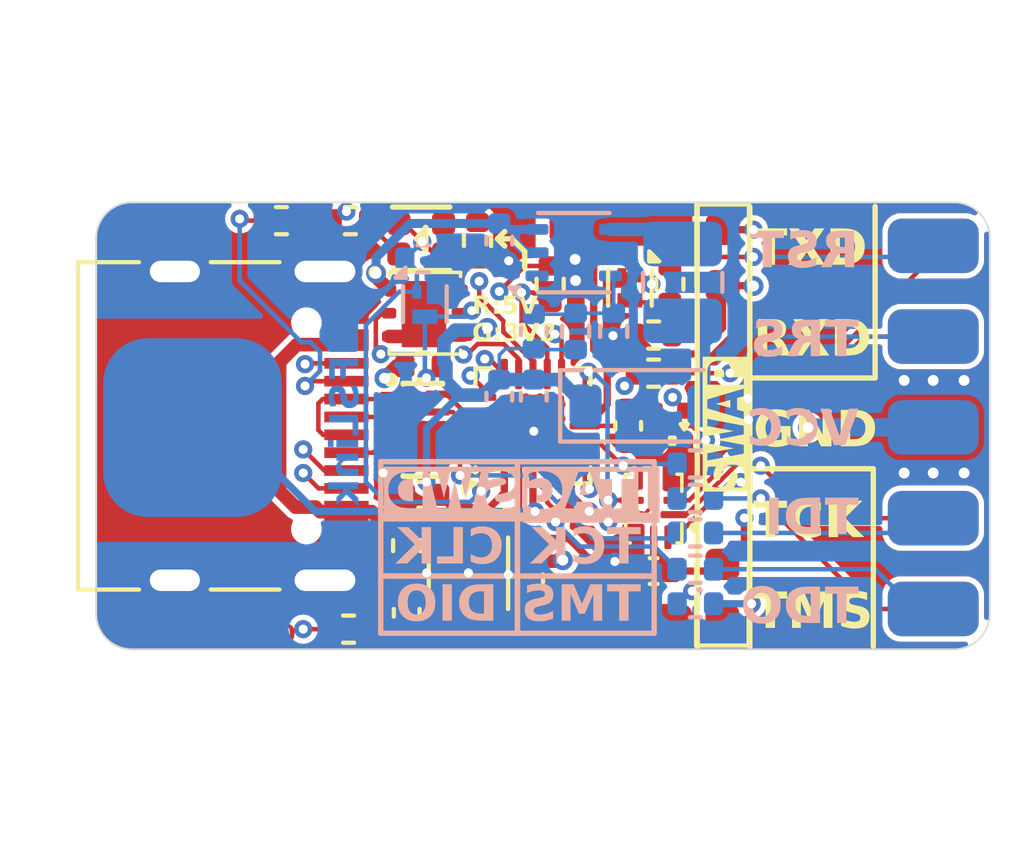
<source format=kicad_pcb>
(kicad_pcb (version 20240108) (generator "pcbnew") (generator_version "8.0")
  (layers (0 "F.Cu" signal) (1 "In1.Cu" power) (2 "In2.Cu" signal) (31 "B.Cu" signal) (34 "B.Paste" user) (35 "F.Paste" user) (36 "B.SilkS" user "B.Silkscreen") (37 "F.SilkS" user "F.Silkscreen") (38 "B.Mask" user) (39 "F.Mask" user) (44 "Edge.Cuts" user))
  (net 0 "")
  (net 1 "GND")
  (net 2 "Net-(U8-FB)")
  (net 3 "+5V")
  (net 4 "VBUS")
  (net 5 "Net-(D3-K)")
  (net 6 "/USB_D+")
  (net 7 "Net-(J1-CC1)")
  (net 8 "/USB_D-")
  (net 9 "Net-(J1-CC2)")
  (net 10 "/TDI")
  (net 11 "/TRST")
  (net 12 "/R_TX")
  (net 13 "/R_RX")
  (net 14 "/SRST")
  (net 15 "/TDO")
  (net 16 "/SWAP_SWD")
  (net 17 "/SWAP_UART")
  (net 18 "/TMS")
  (net 19 "/TCK")
  (net 20 "Net-(U2-PA5)")
  (net 21 "/RST")
  (net 22 "Net-(U2-PA3)")
  (net 23 "Net-(U2-PA2)")
  (net 24 "/SWDIO")
  (net 25 "/SWCLK")
  (net 26 "/TX")
  (net 27 "/RX")
  (net 28 "Net-(U8-LX)")
  (net 29 "Net-(U7-ILIM)")
  (net 32 "VCC")
  (net 33 "Net-(Q1A-D)")
  (net 34 "Net-(Q1A-G)")
  (net 35 "Net-(D2-K)")
  (net 36 "/WS2812")
  (net 38 "Net-(D5-A)")
  (net 39 "/SWAP_PW")
  (net 40 "Net-(D7-A2)")
  (net 41 "Net-(D7-K1)")
  (net 42 "Net-(U2-PC14)")
  (net 43 "Net-(U2-PA6)")
  (net 44 "/TK_S")
  (net 45 "/TK_U")
  (net 46 "/TK_P")
  (net 47 "Net-(Q3-D)")
  (footprint "My DFN_QFN:WQFN-10_L1.8-W1.4-P0.40-BL" (layer "F.Cu") (at 59.6392 52.6288 90)
    (property "Reference" "U6")
    (property "Value" "RS2227XUTQK10" (hide yes))
  )
  (footprint "Resistor_SMD:R_0402_1005Metric" (layer "F.Cu") (at 56.7436 46.3804 90)
    (property "Reference" "R16")
    (property "Value" "5.1k")
  )
  (footprint "Capacitor_SMD:C_0402_1005Metric" (layer "F.Cu") (at 56.1848 54.61 -90)
    (property "Reference" "C11")
    (property "Value" "10u")
  )
  (footprint "My DFN_QFN:DFN-6_L2.0-W2.0-P0.65-BL-EP2" (layer "F.Cu") (at 53.2384 47.1932 -90)
    (property "Reference" "Q1")
    (property "Value" "HSCB20D03")
  )
  (footprint "Resistor_SMD:R_0402_1005Metric" (layer "F.Cu") (at 51.1048 56.0324)
    (property "Reference" "R2")
    (property "Value" "5.1k")
  )
  (footprint "Capacitor_SMD:C_0402_1005Metric" (layer "F.Cu") (at 52.7304 55.5752 90)
    (property "Reference" "C10")
    (property "Value" "0.1u")
  )
  (footprint "LED_SMD:LED_0603_1608Metric" (layer "F.Cu") (at 61.56985 45.6362 -90)
    (property "Reference" "D2")
    (property "Value" "LED")
  )
  (footprint "Connector_USB:USB_C_Receptacle_G-Switch_GT-USB-7010ASV" (layer "F.Cu") (at 47.3194 50.3444 -90)
    (property "Reference" "J1")
    (property "Value" "USB_C_Receptacle_USB2.0")
  )
  (footprint "Capacitor_SMD:C_0402_1005Metric" (layer "F.Cu") (at 53.1636 52.2732 180)
    (property "Reference" "C1")
    (property "Value" "0.1u")
  )
  (footprint "Resistor_SMD:R_0402_1005Metric" (layer "F.Cu") (at 60.093 46.3804 90)
    (property "Reference" "R18")
    (property "Value" "22R")
  )
  (footprint "connector:Conn_02x05_PinHeader_SMD" (layer "F.Cu") (at 67.46305 55.4671 90)
    (property "Reference" "J2" (hide yes))
    (property "Value" "Conn_02x05_Counter_Clockwise")
  )
  (footprint "Resistor_SMD:R_0402_1005Metric" (layer "F.Cu") (at 59.6392 47.8028)
    (property "Reference" "R8")
    (property "Value" "10k")
  )
  (footprint "Touch Pad:Touch_SMD_BOX_1.2x4.0mm" (layer "F.Cu") (at 58.7248 55.9308)
    (property "Reference" "TP1")
    (property "Value" "TouchPad")
  )
  (footprint "LED_SMD:LED_0603_1608Metric" (layer "F.Cu") (at 61.56305 55.0071 90)
    (property "Reference" "D3")
    (property "Value" "LED")
  )
  (footprint "MyLED:LED-SMD_4P-L1.0-W1.0-TL_XL-1010RGBC-WS2812B" (layer "F.Cu") (at 60.0964 50.3444 90)
    (property "Reference" "D4")
    (property "Value" "WS2812" (hide yes))
  )
  (footprint "Resistor_SMD:R_0402_1005Metric" (layer "F.Cu") (at 52.7304 53.6956 -90)
    (property "Reference" "R15")
    (property "Value" "68k")
  )
  (footprint "Touch Pad:Touch_SMD_BOX_1.2x4.0mm" (layer "F.Cu") (at 58.7248 44.704)
    (property "Reference" "TP2")
    (property "Value" "TouchPad")
  )
  (footprint "Capacitor_SMD:C_0402_1005Metric" (layer "F.Cu") (at 59.6392 54.4068 180)
    (property "Reference" "C7")
    (property "Value" "0.1u")
  )
  (footprint "Resistor_SMD:R_0402_1005Metric" (layer "F.Cu") (at 59.6392 48.8696)
    (property "Reference" "R7")
    (property "Value" "22R")
  )
  (footprint "MyLED:LED-SMD_4P-L1.6-W1.5-TL-1" (layer "F.Cu") (at 53.1368 45.1104)
    (property "Reference" "D7")
    (property "Value" "XL-1615SURUGC")
  )
  (footprint "Package_DFN_QFN:Diodes_DFN1006-3" (layer "F.Cu") (at 58.9754 46.482 -90)
    (property "Reference" "Q3")
    (property "Value" "2N7002")
  )
  (footprint "Resistor_SMD:R_0402_1005Metric" (layer "F.Cu") (at 51.1556 44.6024)
    (property "Reference" "R12")
    (property "Value" "5.1k")
  )
  (footprint "Resistor_SMD:R_0402_1005Metric" (layer "F.Cu") (at 54.7116 45.1612 -90)
    (property "Reference" "R11")
    (property "Value" "5.1k")
  )
  (footprint "ESD-TVS:DFN-10_L2.5-W1.0-P0.50-BL-A" (layer "F.Cu") (at 53.183 50.4564 -90)
    (property "Reference" "U1")
    (property "Value" "ESD0524P")
  )
  (footprint "Package_DFN_QFN:QFN-20-1EP_3x3mm_P0.4mm_EP1.65x1.65mm" (layer "F.Cu") (at 56.2632 50.3444 90)
    (property "Reference" "U2")
    (property "Value" "CH32X035F8U6")
  )
  (footprint "Resistor_SMD:R_0402_1005Metric" (layer "F.Cu") (at 53.1876 48.6664)
    (property "Reference" "R3")
    (property "Value" "10k")
  )
  (footprint "Resistor_SMD:R_0402_1005Metric" (layer "F.Cu") (at 49.2252 44.6024)
    (property "Reference" "R1")
    (property "Value" "5.1k")
  )
  (footprint "Package_DFN_QFN:DFN-6-1EP_2x2mm_P0.65mm_EP1x1.6mm" (layer "F.Cu") (at 54.4576 54.4685 -90)
    (property "Reference" "U7")
    (property "Value" "TPS25200")
  )
  (footprint "Capacitor_SMD:C_0402_1005Metric" (layer "F.Cu") (at 58.928 50.3428 -90)
    (property "Reference" "C2")
    (property "Value" "0.1u")
  )
  (footprint "Package_DFN_QFN:Diodes_DFN1006-3" (layer "B.Cu") (at 53.2384 46.9392 -90)
    (property "Reference" "Q2")
    (property "Value" "2N7002")
  )
  (footprint "Inductor_SMD:L_1008_2520Metric" (layer "B.Cu") (at 60.452 46.3296 90)
    (property "Reference" "L1")
    (property "Value" "2.2u")
  )
  (footprint "Resistor_SMD:R_0402_1005Metric" (layer "B.Cu") (at 60.8056 53.34 180)
    (property "Reference" "R5")
    (property "Value" "22R")
  )
  (footprint "Resistor_SMD:R_0402_1005Metric" (layer "B.Cu") (at 58.5216 47.7012 -90)
    (property "Reference" "R14")
    (property "Value" "22.1k")
  )
  (footprint "Capacitor_SMD:C_0402_1005Metric" (layer "B.Cu") (at 56.2864 47.7012 90)
    (property "Reference" "C8")
    (property "Value" "22p")
  )
  (footprint "Capacitor_SMD:C_0402_1005Metric" (layer "B.Cu") (at 55.3212 45.1612 -90)
    (property "Reference" "C12")
    (property "Value" "4.7u")
  )
  (footprint "Package_DFN_QFN:DFN-6-1EP_2x2mm_P0.65mm_EP1.01x1.7mm" (layer "B.Cu") (at 57.404 45.4982)
    (property "Reference" "U8")
    (property "Value" "RT8010")
  )
  (footprint "Capacitor_SMD:C_0402_1005Metric" (layer "B.Cu") (at 55.3212 49.53 -90)
    (property "Reference" "C14" (hide yes))
    (property "Value" "10u")
  )
  (footprint "Resistor_SMD:R_0402_1005Metric" (layer "B.Cu") (at 57.4548 47.7012 90)
    (property "Reference" "R13")
    (property "Value" "100k")
  )
  (footprint "Resistor_SMD:R_0402_1005Metric" (layer "B.Cu") (at 60.8056 51.4096)
    (property "Reference" "R9")
    (property "Value" "22R")
  )
  (footprint "Touch Pad:Touch_SMD_BOX_5.0x5.0mm" (layer "B.Cu") (at 46.736 50.3436 180)
    (property "Reference" "TP3")
    (property "Value" "TouchPad")
  )
  (footprint "Resistor_SMD:R_0402_1005Metric" (layer "B.Cu") (at 60.8076 55.3212)
    (property "Reference" "R17")
    (property "Value" "5.1k")
  )
  (footprint "Resistor_SMD:R_0402_1005Metric" (layer "B.Cu") (at 53.1876 45.6692)
    (property "Reference" "R4")
    (property "Value" "100k")
  )
  (footprint "Diode_SMD:D_SOD-123" (layer "B.Cu") (at 59.3852 49.784)
    (property "Reference" "D5")
    (property "Value" "SS24")
  )
  (footprint "Capacitor_SMD:C_0402_1005Metric" (layer "B.Cu") (at 56.2864 49.53 -90)
    (property "Reference" "C9")
    (property "Value" "10u")
  )
  (footprint "Resistor_SMD:R_0402_1005Metric" (layer "B.Cu") (at 60.8056 52.3748)
    (property "Reference" "R10")
    (property "Value" "22R")
  )
  (footprint "Resistor_SMD:R_0402_1005Metric" (layer "B.Cu") (at 60.8056 54.356)
    (property "Reference" "R6")
    (property "Value" "22R")
  )
  (gr_rect (start 52.6288 46.3296) (end 53.7972 48.1076) (stroke (width 0.0762)) (fill solid) (layer "F.Cu") (net 33))
  (gr_line (start 55.8292 54.5464) (end 52.0042 54.5464) (stroke (width 0.15)) (layer "B.SilkS"))
  (gr_line (start 59.6542 52.9464) (end 55.8292 52.9464) (stroke (width 0.15)) (layer "B.SilkS"))
  (gr_line (start 59.6542 54.5464) (end 55.8292 54.5464) (stroke (width 0.15)) (layer "B.SilkS"))
  (gr_line (start 52.0042 52.9464) (end 52.0042 51.3464) (stroke (width 0.15)) (layer "B.SilkS"))
  (gr_line (start 59.6542 56.1464) (end 59.6542 54.5464) (stroke (width 0.15)) (layer "B.SilkS"))
  (gr_line (start 55.8292 52.9464) (end 52.0042 52.9464) (stroke (width 0.15)) (layer "B.SilkS"))
  (gr_line (start 52.0042 54.5464) (end 52.0042 52.9464) (stroke (width 0.15)) (layer "B.SilkS"))
  (gr_line (start 59.6542 56.1464) (end 55.8292 56.1464) (stroke (width 0.15)) (layer "B.SilkS"))
  (gr_line (start 59.6542 52.9464) (end 55.8292 52.9464) (stroke (width 0.15)) (layer "B.SilkS"))
  (gr_line (start 55.8292 51.3464) (end 52.0042 51.3464) (stroke (width 0.15)) (layer "B.SilkS"))
  (gr_line (start 55.8292 56.1464) (end 52.0042 56.1464) (stroke (width 0.15)) (layer "B.SilkS"))
  (gr_line (start 59.6542 52.9464) (end 55.8292 52.9464) (stroke (width 0.15)) (layer "B.SilkS"))
  (gr_line (start 52.0042 56.1464) (end 52.0042 54.5464) (stroke (width 0.15)) (layer "B.SilkS"))
  (gr_line (start 55.8292 56.1464) (end 55.8292 54.5464) (stroke (width 0.15)) (layer "B.SilkS"))
  (gr_line (start 55.8292 52.9464) (end 52.0042 52.9464) (stroke (width 0.15)) (layer "B.SilkS"))
  (gr_line (start 55.8292 52.9464) (end 52.0042 52.9464) (stroke (width 0.15)) (layer "B.SilkS"))
  (gr_rect (start 52.0042 52.7714) (end 55.8542 52.9464) (fill solid) (layer "B.SilkS"))
  (gr_line (start 55.8292 56.1464) (end 55.8292 54.5464) (stroke (width 0.15)) (layer "B.SilkS"))
  (gr_line (start 55.8292 52.9464) (end 55.8292 51.3464) (stroke (width 0.15)) (layer "B.SilkS"))
  (gr_line (start 55.8292 54.5464) (end 52.0042 54.5464) (stroke (width 0.15)) (layer "B.SilkS"))
  (gr_line (start 55.8292 54.5464) (end 55.8292 52.9464) (stroke (width 0.15)) (layer "B.SilkS"))
  (gr_line (start 59.6542 51.3464) (end 55.8292 51.3464) (stroke (width 0.15)) (layer "B.SilkS"))
  (gr_rect (start 55.8292 52.7714) (end 59.6792 52.9464) (fill solid) (layer "B.SilkS"))
  (gr_line (start 59.6542 52.9464) (end 59.6542 51.3464) (stroke (width 0.15)) (layer "B.SilkS"))
  (gr_line (start 55.8292 52.9464) (end 55.8292 51.3464) (stroke (width 0.15)) (layer "B.SilkS"))
  (gr_line (start 59.6542 54.5464) (end 59.6542 52.9464) (stroke (width 0.15)) (layer "B.SilkS"))
  (gr_line (start 59.6542 54.5464) (end 55.8292 54.5464) (stroke (width 0.15)) (layer "B.SilkS"))
  (gr_line (start 55.8292 54.5464) (end 55.8292 52.9464) (stroke (width 0.15)) (layer "B.SilkS"))
  (gr_line (start 55.6768 45.1104) (end 55.2704 45.1104) (stroke (width 0.15)) (layer "F.SilkS"))
  (gr_line (start 55.2704 45.1104) (end 55.4736 44.9072) (stroke (width 0.15)) (layer "F.SilkS"))
  (gr_line (start 56.0324 45.9232) (end 56.0324 45.466) (stroke (width 0.15)) (layer "F.SilkS"))
  (gr_line (start 65.8368 49.0042) (end 62.3824 49.0042) (stroke (width 0.15)) (layer "F.SilkS"))
  (gr_line (start 62.3316 48.3946) (end 62.3316 44.4071) (stroke (width 0.15)) (layer "F.SilkS"))
  (gr_line (start 65.786 51.5442) (end 62.3316 51.5442) (stroke (width 0.15)) (layer "F.SilkS"))
  (gr_line (start 65.786 56.5138) (end 65.786 51.5744) (stroke (width 0.15)) (layer "F.SilkS"))
  (gr_line (start 60.8584 44.2071) (end 60.8584 56.5226) (stroke (width 0.15)) (layer "F.SilkS"))
  (gr_line (start 65.8368 44.2071) (end 65.8368 49.0042) (stroke (width 0.15)) (layer "F.SilkS"))
  (gr_line (start 62.3316 44.2071) (end 62.3316 56.5226) (stroke (width 0.15)) (layer "F.SilkS"))
  (gr_line (start 56.0324 45.466) (end 55.6768 45.1104) (stroke (width 0.15)) (layer "F.SilkS"))
  (gr_line (start 55.2704 45.1104) (end 55.4736 45.3136) (stroke (width 0.15)) (layer "F.SilkS"))
  (gr_arc (start 69.0436 55.5944) (mid 68.750707 56.301507) (end 68.0436 56.5944) (stroke (width 0.05)) (layer "Edge.Cuts"))
  (gr_line (start 69.0436 45.0944) (end 69.0436 55.5944) (stroke (width 0.05)) (layer "Edge.Cuts"))
  (gr_line (start 68.0436 56.5944) (end 45.0436 56.5944) (stroke (width 0.05)) (layer "Edge.Cuts"))
  (gr_arc (start 44.0436 45.0944) (mid 44.336493 44.387293) (end 45.0436 44.0944) (stroke (width 0.05)) (layer "Edge.Cuts"))
  (gr_arc (start 68.0436 44.0944) (mid 68.750707 44.387293) (end 69.0436 45.0944) (stroke (width 0.05)) (layer "Edge.Cuts"))
  (gr_line (start 45.0436 44.0944) (end 68.0436 44.0944) (stroke (width 0.05)) (layer "Edge.Cuts"))
  (gr_arc (start 45.0436 56.5944) (mid 44.336493 56.301507) (end 44.0436 55.5944) (stroke (width 0.05)) (layer "Edge.Cuts"))
  (gr_line (start 44.0436 55.5944) (end 44.0436 45.0944) (stroke (width 0.05)) (layer "Edge.Cuts"))
  (gr_text "V1.2.0" (at 47.0916 56.4896 0) (layer "F.Cu") (effects (font (size 0.5 0.5) (thickness 0.25) (bold yes)) (justify left bottom)))
  (gr_text "FSLink" (at 51.5112 48.3616 90) (layer "B.Cu") (effects (font (size 0.8 0.8) (thickness 0.2) (bold yes)) (justify left bottom mirror)))
  (gr_text "RST" (at 65.3796 46.076175 0) (layer "B.SilkS") (effects (font (size 1 1) (thickness 0.25) (bold yes)) (justify left bottom mirror)))
  (gr_text "SWD" (at 55.8542 52.8214 0) (layer "B.SilkS" knockout) (effects (font (size 1 1) (thickness 0.25) (bold yes)) (justify left bottom mirror)))
  (gr_text "CLK" (at 55.458849 54.36541 0) (layer "B.SilkS") (effects (font (size 1 1) (thickness 0.25) (bold yes)) (justify left bottom mirror)))
  (gr_text "TDI" (at 65.3796 53.54205 0) (layer "B.SilkS") (effects (font (size 1 1) (thickness 0.25) (bold yes)) (justify left bottom mirror)))
  (gr_text "TMS" (at 59.283849 55.96541 0) (layer "B.SilkS") (effects (font (size 1 1) (thickness 0.25) (bold yes)) (justify left bottom mirror)))
  (gr_text "VCC" (at 65.3796 51.053425 0) (layer "B.SilkS") (effects (font (size 1 1) (thickness 0.25) (bold yes)) (justify left bottom mirror)))
  (gr_text "TCK" (at 59.283849 54.36541 0) (layer "B.SilkS") (effects (font (size 1 1) (thickness 0.25) (bold yes)) (justify left bottom mirror)))
  (gr_text "TRS" (at 65.3796 48.5648 0) (layer "B.SilkS") (effects (font (size 1 1) (thickness 0.25) (bold yes)) (justify left bottom mirror)))
  (gr_text "DIO" (at 55.284948 55.96541 0) (layer "B.SilkS") (effects (font (size 1 1) (thickness 0.25) (bold yes)) (justify left bottom mirror)))
  (gr_text "TDO" (at 65.3796 56.030675 0) (layer "B.SilkS") (effects (font (size 1 1) (thickness 0.25) (bold yes)) (justify left bottom mirror)))
  (gr_text "JTAG" (at 59.6042 52.8214 0) (layer "B.SilkS" knockout) (effects (font (size 1 1) (thickness 0.25) (bold yes)) (justify left bottom mirror)))
  (gr_text "G:3V3" (at 54.5592 48.0568 0) (layer "F.SilkS") (effects (font (size 0.5 0.5) (thickness 0.125) (bold yes)) (justify left bottom)))
  (gr_text "GND" (at 62.42685 51.087 0) (layer "F.SilkS") (effects (font (size 1 1) (thickness 0.25) (bold yes)) (justify left bottom)))
  (gr_text "R:5V" (at 54.5592 47.2948 0) (layer "F.SilkS") (effects (font (size 0.5 0.5) (thickness 0.125) (bold yes)) (justify left bottom)))
  (gr_text "RXD" (at 62.42685 48.547 0) (layer "F.SilkS") (effects (font (size 1 1) (thickness 0.25) (bold yes)) (justify left bottom)))
  (gr_text "TMS" (at 62.42685 56.167 0) (layer "F.SilkS") (effects (font (size 1 1) (thickness 0.25) (bold yes)) (justify left bottom)))
  (gr_text "SWAP" (at 62.3316 52.1538 90) (layer "F.SilkS" knockout) (effects (font (size 1 0.8) (thickness 0.25) (bold yes)) (justify left bottom)))
  (gr_text "TXD" (at 62.42685 46.007 0) (layer "F.SilkS") (effects (font (size 1 1) (thickness 0.25) (bold yes)) (justify left bottom)))
  (gr_text "TCK" (at 62.42685 53.627 0) (layer "F.SilkS") (effects (font (size 1 1) (thickness 0.25) (bold yes)) (justify left bottom)))
  (segment (start 52.7304 55.0952) (end 52.7304 55.0164) (width 0.127) (layer "F.Cu") (net 1))
  (segment (start 56.1848 55.09) (end 55.5633 54.4685) (width 0.127) (layer "F.Cu") (net 1))
  (segment (start 60.0836 51.7524) (end 60.717214 51.7524) (width 0.127) (layer "F.Cu") (net 1))
  (segment (start 67.46305 50.3871) (end 67.46305 50.85015) (width 0.2032) (layer "F.Cu") (net 1))
  (segment (start 67.4624 51.6636) (end 68.326 51.6636) (width 0.2032) (layer "F.Cu") (net 1))
  (segment (start 54.4576 54.4685) (end 54.4576 54.4576) (width 0.127) (layer "F.Cu") (net 1))
  (segment (start 60.0392 51.7968) (end 60.5214 51.3146) (width 0.127) (layer "F.Cu") (net 1))
  (segment (start 49.7352 44.6024) (end 49.7352 45.3152) (width 0.127) (layer "F.Cu") (net 1))
  (segment (start 60.0392 51.4643) (end 60.0392 51.7968) (width 0.127) (layer "F.Cu") (net 1))
  (segment (start 52.772 51.4564) (end 52.2772 51.4564) (width 0.127) (layer "F.Cu") (net 1))
  (segment (start 58.821817 54.4068) (end 58.555116 54.140099) (width 0.127) (layer "F.Cu") (net 1))
  (segment (start 59.1592 54.4068) (end 59.1592 53.5408) (width 0.127) (layer "F.Cu") (net 1))
  (segment (start 60.5214 51.3146) (end 60.5214 50.7694) (width 0.127) (layer "F.Cu") (net 1))
  (segment (start 59.8741 51.2992) (end 60.0392 51.4643) (width 0.127) (layer "F.Cu") (net 1))
  (segment (start 55.5633 54.4685) (end 54.4576 54.4685) (width 0.127) (layer "F.Cu") (net 1))
  (segment (start 59.4044 51.2992) (end 59.8741 51.2992) (width 0.127) (layer "F.Cu") (net 1))
  (segment (start 58.4603 46.4221) (end 58.4603 47.778337) (width 0.127) (layer "F.Cu") (net 1))
  (segment (start 60.717214 51.7524) (end 62.2935 50.176114) (width 0.127) (layer "F.Cu") (net 1))
  (segment (start 67.46305 50.85015) (end 66.6496 51.6636) (width 0.2032) (layer "F.Cu") (net 1))
  (segment (start 56.2632 50.472) (end 56.2864 50.4952) (width 0.2032) (layer "F.Cu") (net 1))
  (segment (start 52.2772 51.4564) (end 52.07 51.6636) (width 0.127) (layer "F.Cu") (net 1))
  (segment (start 58.4603 47.778337) (end 58.503601 47.821638) (width 0.127) (layer "F.Cu") (net 1))
  (segment (start 52.7304 55.0164) (end 53.2892 54.4576) (width 0.127) (layer "F.Cu") (net 1))
  (segment (start 58.7504 46.132) (end 58.4603 46.4221) (width 0.127) (layer "F.Cu") (net 1))
  (segment (start 59.1592 53.5408) (end 59.2392 53.4608) (width 0.127) (layer "F.Cu") (net 1))
  (segment (start 56.2632 50.3444) (end 56.2632 50.472) (width 0.2032) (layer "F.Cu") (net 1))
  (segment (start 59.1592 54.4068) (end 58.821817 54.4068) (width 0.127) (layer "F.Cu") (net 1))
  (segment (start 58.7504 46.1516) (end 58.7248 46.1772) (width 0.127) (layer "F.Cu") (net 1))
  (segment (start 58.928 50.8228) (end 59.4044 51.2992) (width 0.127) (layer "F.Cu") (net 1))
  (segment (start 49.7352 45.3152) (end 50.4444 46.0244) (width 0.127) (layer "F.Cu") (net 1))
  (segment (start 60.0392 51.7968) (end 60.0836 51.7524) (width 0.127) (layer "F.Cu") (net 1))
  (segment (start 58.7504 46.132) (end 58.7504 46.1516) (width 0.127) (layer "F.Cu") (net 1))
  (via (at 67.4624 49.0728) (size 0.5588) (drill 0.3048) (layers "F.Cu" "B.Cu") (net 1))
  (via (at 52.07 51.6636) (size 0.508) (drill 0.254) (layers "F.Cu" "B.Cu") (net 1))
  (via (at 57.442788 45.685) (size 0.5588) (drill 0.3048) (layers "F.Cu" "B.Cu") (net 1))
  (via (at 58.503601 47.821638) (size 0.508) (drill 0.254) (layers "F.Cu" "B.Cu") (net 1))
  (via (at 68.326 49.0728) (size 0.5588) (drill 0.3048) (layers "F.Cu" "B.Cu") (net 1))
  (via (at 62.2808 49.5808) (size 0.508) (drill 0.254) (layers "F.Cu" "B.Cu") (net 1))
  (via (at 55.585957 45.726145) (size 0.508) (drill 0.254) (layers "F.Cu" "B.Cu") (net 1))
  (via (at 66.6496 49.0728) (size 0.5588) (drill 0.3048) (layers "F.Cu" "B.Cu") (net 1))
  (via (at 56.2864 50.4952) (size 0.508) (drill 0.254) (layers "F.Cu" "B.Cu") (net 1))
  (via (at 68.326 51.6636) (size 0.5588) (drill 0.3048) (layers "F.Cu" "B.Cu") (net 1))
  (via (at 53.2892 54.4576) (size 0.508) (drill 0.254) (layers "F.Cu" "B.Cu") (net 1))
  (via (at 67.4624 51.6636) (size 0.5588) (drill 0.3048) (layers "F.Cu" "B.Cu") (net 1))
  (via (at 58.555116 54.140099) (size 0.508) (drill 0.254) (layers "F.Cu" "B.Cu") (net 1))
  (via (at 57.4548 46.2788) (size 0.5588) (drill 0.3048) (layers "F.Cu" "B.Cu") (net 1))
  (via (at 54.4576 54.4576) (size 0.508) (drill 0.254) (layers "F.Cu" "B.Cu") (net 1))
  (via (at 62.2935 50.176114) (size 0.508) (drill 0.254) (layers "F.Cu" "B.Cu") (net 1))
  (via (at 55.5752 54.5084) (size 0.508) (drill 0.254) (layers "F.Cu" "B.Cu") (net 1))
  (via (at 66.6496 51.6636) (size 0.5588) (drill 0.3048) (layers "F.Cu" "B.Cu") (net 1))
  (segment (start 55.501012 45.6412) (end 55.585957 45.726145) (width 0.127) (layer "B.Cu") (net 1))
  (segment (start 58.5216 48.2112) (end 58.5216 47.839637) (width 0.2032) (layer "B.Cu") (net 1))
  (segment (start 53.7256 45.6412) (end 53.6976 45.6692) (width 0.127) (layer "B.Cu") (net 1))
  (segment (start 62.2935 49.5935) (end 62.2808 49.5808) (width 0.127) (layer "B.Cu") (net 1))
  (segment (start 59.0448 45.6844) (end 58.8586 45.4982) (width 0.2032) (layer "B.Cu") (net 1))
  (segment (start 59.0448 47.688) (end 59.0448 45.6844) (width 0.2032) (layer "B.Cu") (net 1))
  (segment (start 55.3212 45.6412) (end 55.501012 45.6412) (width 0.127) (layer "B.Cu") (net 1))
  (segment (start 66.6496 51.6636) (end 67.4624 51.6636) (width 0.2032) (layer "B.Cu") (net 1))
  (segment (start 57.442788 45.536988) (end 57.404 45.4982) (width 0.2032) (layer "B.Cu") (net 1))
  (segment (start 58.5216 47.839637) (end 58.503601 47.821638) (width 0.2032) (layer "B.Cu") (net 1))
  (segment (start 58.5216 48.2112) (end 59.0448 47.688) (width 0.2032) (layer "B.Cu") (net 1))
  (segment (start 55.3212 45.6412) (end 53.7256 45.6412) (width 0.127) (layer "B.Cu") (net 1))
  (segment (start 62.2935 50.176114) (end 62.2935 49.5935) (width 0.127) (layer "B.Cu") (net 1))
  (segment (start 57.442788 45.685) (end 57.442788 45.536988) (width 0.2032) (layer "B.Cu") (net 1))
  (segment (start 58.8586 45.4982) (end 58.4315 45.4982) (width 0.2032) (layer "B.Cu") (net 1))
  (segment (start 58.4315 45.4982) (end 57.404 45.4982) (width 0.2032) (layer "B.Cu") (net 1))
  (segment (start 56.2864 47.2212) (end 57.4248 47.2212) (width 0.1016) (layer "B.Cu") (net 2))
  (segment (start 57.4548 47.1912) (end 58.5216 47.1912) (width 0.1016) (layer "B.Cu") (net 2))
  (segment (start 58.5216 46.2383) (end 58.4315 46.1482) (width 0.1016) (layer "B.Cu") (net 2))
  (segment (start 57.4248 47.2212) (end 57.4548 47.1912) (width 0.1016) (layer "B.Cu") (net 2))
  (segment (start 58.5216 47.1912) (end 58.5216 46.2383) (width 0.1016) (layer "B.Cu") (net 2))
  (segment (start 52.453756 48.6664) (end 52.108256 49.0119) (width 0.381) (layer "F.Cu") (net 3))
  (segment (start 51.873887 46.178687) (end 52.2384 46.5432) (width 0.381) (layer "F.Cu") (net 3))
  (segment (start 57.0712 54.13) (end 57.0992 54.102) (width 0.381) (layer "F.Cu") (net 3))
  (segment (start 55.1076 53.4185) (end 55.4733 53.4185) (width 0.381) (layer "F.Cu") (net 3))
  (segment (start 52.6776 48.6664) (end 52.453756 48.6664) (width 0.381) (layer "F.Cu") (net 3))
  (segment (start 55.4733 53.4185) (end 56.1848 54.13) (width 0.381) (layer "F.Cu") (net 3))
  (segment (start 51.873887 46.076016) (end 51.873887 46.178687) (width 0.381) (layer "F.Cu") (net 3))
  (segment (start 56.1848 54.13) (end 57.0712 54.13) (width 0.381) (layer "F.Cu") (net 3))
  (via (at 52.108256 49.0119) (size 0.5588) (drill 0.3048) (layers "F.Cu" "B.Cu") (net 3))
  (via (at 51.873887 46.076016) (size 0.5588) (drill 0.3048) (layers "F.Cu" "B.Cu") (net 3))
  (via (at 57.0992 54.102) (size 0.5588) (drill 0.3048) (layers "F.Cu" "B.Cu") (net 3))
  (segment (start 55.7784 45.212) (end 55.7784 44.8482) (width 0.254) (layer "B.Cu") (net 3))
  (segment (start 55.3212 44.6812) (end 55.4882 44.8482) (width 0.254) (layer "B.Cu") (net 3))
  (segment (start 56.0646 45.4982) (end 55.7784 45.212) (width 0.254) (layer "B.Cu") (net 3))
  (segment (start 56.3765 45.4982) (end 56.0646 45.4982) (width 0.254) (layer "B.Cu") (net 3))
  (segment (start 55.3212 44.6812) (end 52.82765 44.6812) (width 0.254) (layer "B.Cu") (net 3))
  (segment (start 51.873887 45.634963) (end 51.873887 46.076016) (width 0.254) (layer "B.Cu") (net 3))
  (segment (start 52.82765 44.6812) (end 51.873887 45.634963) (width 0.254) (layer "B.Cu") (net 3))
  (segment (start 55.4882 44.8482) (end 55.7784 44.8482) (width 0.254) (layer "B.Cu") (net 3))
  (segment (start 55.7784 44.8482) (end 56.3765 44.8482) (width 0.254) (layer "B.Cu") (net 3))
  (segment (start 55.1076 55.9527) (end 54.9247 56.1356) (width 0.381) (layer "F.Cu") (net 4))
  (segment (start 55.1076 55.5185) (end 55.1076 55.9527) (width 0.381) (layer "F.Cu") (net 4))
  (segment (start 51.7486 52.7444) (end 52.1183 53.1141) (width 0.381) (layer "F.Cu") (net 4))
  (segment (start 50.180011 52.6173) (end 49.6201 52.6173) (width 0.381) (layer "F.Cu") (net 4))
  (segment (start 51.0444 52.7444) (end 50.307111 52.7444) (width 0.381) (layer "F.Cu") (net 4))
  (segment (start 52.1183 55.4431) (end 52.7304 56.0552) (width 0.381) (layer "F.Cu") (net 4))
  (segment (start 49.1744 48.556497) (end 49.659397 48.0715) (width 0.381) (layer "F.Cu") (net 4))
  (segment (start 53.888 56.1356) (end 53.8076 56.0552) (width 0.381) (layer "F.Cu") (net 4))
  (segment (start 49.6201 52.6173) (end 49.1744 52.1716) (width 0.381) (layer "F.Cu") (net 4))
  (segment (start 49.659397 48.0715) (end 50.9173 48.0715) (width 0.381) (layer "F.Cu") (net 4))
  (segment (start 49.1744 52.1716) (end 49.1744 48.556497) (width 0.381) (layer "F.Cu") (net 4))
  (segment (start 50.307111 52.7444) (end 50.180011 52.6173) (width 0.381) (layer "F.Cu") (net 4))
  (segment (start 53.888 56.1356) (end 52.8108 56.1356) (width 0.381) (layer "F.Cu") (net 4))
  (segment (start 52.8108 56.1356) (end 52.7304 56.0552) (width 0.381) (layer "F.Cu") (net 4))
  (segment (start 51.0444 52.7444) (end 51.7486 52.7444) (width 0.381) (layer "F.Cu") (net 4))
  (segment (start 54.9247 56.1356) (end 53.888 56.1356) (width 0.381) (layer "F.Cu") (net 4))
  (segment (start 50.9173 48.0715) (end 51.0444 47.9444) (width 0.381) (layer "F.Cu") (net 4))
  (segment (start 53.8076 56.0552) (end 53.8076 55.5185) (width 0.381) (layer "F.Cu") (net 4))
  (segment (start 52.1183 53.1141) (end 52.1183 55.4431) (width 0.381) (layer "F.Cu") (net 4))
  (segment (start 62.3824 55.626) (end 62.2138 55.7946) (width 0.2032) (layer "F.Cu") (net 5))
  (segment (start 62.2138 55.7946) (end 61.56305 55.7946) (width 0.2032) (layer "F.Cu") (net 5))
  (segment (start 62.3824 55.3212) (end 62.3824 55.626) (width 0.2032) (layer "F.Cu") (net 5))
  (via (at 62.3824 55.3212) (size 0.508) (drill 0.254) (layers "F.Cu" "B.Cu") (net 5))
  (segment (start 61.3176 55.3212) (end 62.3824 55.3212) (width 0.2032) (layer "B.Cu") (net 5))
  (segment (start 51.7914 51.0944) (end 51.912 50.9738) (width 0.127) (layer "F.Cu") (net 6))
  (segment (start 51.912 50.9738) (end 51.912 50.0944) (width 0.127) (layer "F.Cu") (net 6))
  (segment (start 51.0444 50.0944) (end 51.912 50.0944) (width 0.127) (layer "F.Cu") (net 6))
  (segment (start 51.0444 51.0944) (end 51.7914 51.0944) (width 0.127) (layer "F.Cu") (net 6))
  (segment (start 52.05 49.9564) (end 52.772 49.9564) (width 0.127) (layer "F.Cu") (net 6))
  (segment (start 54.01741 49.9564) (end 54.40541 50.3444) (width 0.127) (layer "F.Cu") (net 6))
  (segment (start 54.40541 50.3444) (end 54.8132 50.3444) (width 0.127) (layer "F.Cu") (net 6))
  (segment (start 52.772 49.9564) (end 53.594 49.9564) (width 0.127) (layer "F.Cu") (net 6))
  (segment (start 51.912 50.0944) (end 52.05 49.9564) (width 0.127) (layer "F.Cu") (net 6))
  (segment (start 53.594 49.9564) (end 54.01741 49.9564) (width 0.127) (layer "F.Cu") (net 6))
  (segment (start 50.018403 49.0944) (end 51.0444 49.0944) (width 0.127) (layer "F.Cu") (net 7))
  (segment (start 48.7152 44.6024) (end 48.1076 44.6024) (width 0.127) (layer "F.Cu") (net 7))
  (segment (start 48.1076 44.6024) (end 48.0568 44.5516) (width 0.127) (layer "F.Cu") (net 7))
  (segment (start 49.8856 49.227203) (end 50.018403 49.0944) (width 0.127) (layer "F.Cu") (net 7))
  (via (at 48.0568 44.5516) (size 0.508) (drill 0.254) (layers "F.Cu" "B.Cu") (net 7))
  (via (at 49.8856 49.227203) (size 0.508) (drill 0.254) (layers "F.Cu" "B.Cu") (net 7))
  (segment (start 50.3047 48.2727) (end 50.038 48.006) (width 0.127) (layer "B.Cu") (net 7))
  (segment (start 50.038 48.006) (end 49.782894 48.006) (width 0.127) (layer "B.Cu") (net 7))
  (segment (start 49.8856 49.227203) (end 50.3047 48.808103) (width 0.127) (layer "B.Cu") (net 7))
  (segment (start 49.782894 48.006) (end 48.0568 46.279906) (width 0.127) (layer "B.Cu") (net 7))
  (segment (start 50.3047 48.808103) (end 50.3047 48.2727) (width 0.127) (layer "B.Cu") (net 7))
  (segment (start 48.0568 46.279906) (end 48.0568 44.5516) (width 0.127) (layer "B.Cu") (net 7))
  (segment (start 51.0444 49.5944) (end 51.904 49.5944) (width 0.127) (layer "F.Cu") (net 8))
  (segment (start 52.772 49.4564) (end 53.594 49.4564) (width 0.127) (layer "F.Cu") (net 8))
  (segment (start 51.904 49.5944) (end 52.042 49.4564) (width 0.127) (layer "F.Cu") (net 8))
  (segment (start 54.3287 49.9444) (end 54.8132 49.9444) (width 0.127) (layer "F.Cu") (net 8))
  (segment (start 53.8407 49.4564) (end 54.3287 49.9444) (width 0.127) (layer "F.Cu") (net 8))
  (segment (start 51.0444 50.5944) (end 50.3912 50.5944) (width 0.127) (layer "F.Cu") (net 8))
  (segment (start 50.2593 49.7151) (end 50.38 49.5944) (width 0.127) (layer "F.Cu") (net 8))
  (segment (start 52.042 49.4564) (end 52.772 49.4564) (width 0.127) (layer "F.Cu") (net 8))
  (segment (start 50.2593 50.4625) (end 50.2593 49.7151) (width 0.127) (layer "F.Cu") (net 8))
  (segment (start 50.3912 50.5944) (end 50.2593 50.4625) (width 0.127) (layer "F.Cu") (net 8))
  (segment (start 50.38 49.5944) (end 51.0444 49.5944) (width 0.127) (layer "F.Cu") (net 8))
  (segment (start 53.594 49.4564) (end 53.8407 49.4564) (width 0.127) (layer "F.Cu") (net 8))
  (segment (start 50.5948 56.0324) (end 49.8348 56.0324) (width 0.127) (layer "F.Cu") (net 9))
  (segment (start 50.2656 52.0944) (end 49.8348 51.6636) (width 0.127) (layer "F.Cu") (net 9))
  (segment (start 51.0444 52.0944) (end 50.2656 52.0944) (width 0.127) (layer "F.Cu") (net 9))
  (via (at 49.8348 51.6636) (size 0.508) (drill 0.254) (layers "F.Cu" "B.Cu") (net 9))
  (via (at 49.8348 56.0324) (size 0.508) (drill 0.254) (layers "F.Cu" "B.Cu") (net 9))
  (segment (start 66.6561 52.9271) (end 66.2432 53.34) (width 0.127) (layer "B.Cu") (net 10))
  (segment (start 66.2432 53.34) (end 61.3156 53.34) (width 0.127) (layer "B.Cu") (net 10))
  (segment (start 67.46305 52.9271) (end 66.6561 52.9271) (width 0.127) (layer "B.Cu") (net 10))
  (segment (start 60.1492 48.8696) (end 61.7728 48.8696) (width 0.127) (layer "F.Cu") (net 11))
  (via (at 61.7728 48.8696) (size 0.508) (drill 0.254) (layers "F.Cu" "B.Cu") (net 11))
  (segment (start 62.7953 47.8471) (end 67.46305 47.8471) (width 0.127) (layer "B.Cu") (net 11))
  (segment (start 61.7728 48.8696) (end 62.7953 47.8471) (width 0.127) (layer "B.Cu") (net 11))
  (segment (start 67.46305 45.59926) (end 67.46305 45.3071) (width 0.127) (layer "F.Cu") (net 12))
  (segment (start 60.2472 52.4288) (end 60.63351 52.4288) (width 0.127) (layer "F.Cu") (net 12))
  (segment (start 60.63351 52.4288) (end 67.46305 45.59926) (width 0.127) (layer "F.Cu") (net 12))
  (segment (start 60.2042 52.8288) (end 60.5568 52.8288) (width 0.127) (layer "F.Cu") (net 13))
  (segment (start 60.5568 52.8288) (end 65.5385 47.8471) (width 0.127) (layer "F.Cu") (net 13))
  (segment (start 65.5385 47.8471) (end 67.46305 47.8471) (width 0.127) (layer "F.Cu") (net 13))
  (segment (start 60.4466 45.6184) (end 60.093 45.972) (width 0.127) (layer "F.Cu") (net 14))
  (segment (start 62.4332 45.6184) (end 60.4466 45.6184) (width 0.127) (layer "F.Cu") (net 14))
  (via (at 62.4332 45.6184) (size 0.508) (drill 0.254) (layers "F.Cu" "B.Cu") (net 14))
  (segment (start 62.4332 45.6184) (end 67.15175 45.6184) (width 0.127) (layer "B.Cu") (net 14))
  (segment (start 67.15175 45.6184) (end 67.46305 45.3071) (width 0.127) (layer "B.Cu") (net 14))
  (segment (start 65.8368 54.356) (end 61.3156 54.356) (width 0.127) (layer "B.Cu") (net 15))
  (segment (start 66.9479 55.4671) (end 65.8368 54.356) (width 0.127) (layer "B.Cu") (net 15))
  (segment (start 67.46305 55.4671) (end 66.9479 55.4671) (width 0.127) (layer "B.Cu") (net 15))
  (segment (start 54.760006 46.733606) (end 55.4355 47.4091) (width 0.127) (layer "F.Cu") (net 16))
  (segment (start 55.4355 47.7139) (end 56.2632 48.5416) (width 0.127) (layer "F.Cu") (net 16))
  (segment (start 56.2632 48.5416) (end 56.2632 48.8944) (width 0.127) (layer "F.Cu") (net 16))
  (segment (start 55.4355 47.4091) (end 55.4355 47.7139) (width 0.127) (layer "F.Cu") (net 16))
  (segment (start 54.760006 46.296798) (end 54.760006 46.733606) (width 0.127) (layer "F.Cu") (net 16))
  (via (at 60.71883 54.968851) (size 0.508) (drill 0.254) (layers "F.Cu" "B.Cu") (net 16))
  (via (at 54.760006 46.296798) (size 0.508) (drill 0.254) (layers "F.Cu" "B.Cu") (net 16))
  (segment (start 60.649949 54.968851) (end 60.2976 55.3212) (width 0.127) (layer "B.Cu") (net 16))
  (segment (start 60.71883 54.968851) (end 60.649949 54.968851) (width 0.127) (layer "B.Cu") (net 16))
  (segment (start 56.265684 46.613684) (end 55.944313 46.613684) (width 0.127) (layer "F.Cu") (net 17))
  (segment (start 61.79129 51.9176) (end 62.0776 51.9176) (width 0.127) (layer "F.Cu") (net 17))
  (segment (start 60.7443 52.969284) (end 60.7443 52.96459) (width 0.127) (layer "F.Cu") (net 17))
  (segment (start 60.0392 53.4608) (end 60.252784 53.4608) (width 0.127) (layer "F.Cu") (net 17))
  (segment (start 55.944313 47.439024) (end 56.6632 48.157911) (width 0.127) (layer "F.Cu") (net 17))
  (segment (start 56.7436 46.8904) (end 56.5424 46.8904) (width 0.127) (layer "F.Cu") (net 17))
  (segment (start 56.6632 48.157911) (end 56.6632 48.8944) (width 0.127) (layer "F.Cu") (net 17))
  (segment (start 60.7443 52.96459) (end 61.79129 51.9176) (width 0.127) (layer "F.Cu") (net 17))
  (segment (start 55.944313 46.613684) (end 55.944313 47.439024) (width 0.127) (layer "F.Cu") (net 17))
  (segment (start 56.5424 46.8904) (end 56.265684 46.613684) (width 0.127) (layer "F.Cu") (net 17))
  (segment (start 60.252784 53.4608) (end 60.7443 52.969284) (width 0.127) (layer "F.Cu") (net 17))
  (via (at 55.944313 46.613684) (size 0.508) (drill 0.254) (layers "F.Cu" "B.Cu") (net 17))
  (via (at 62.0776 51.9176) (size 0.508) (drill 0.254) (layers "F.Cu" "B.Cu") (net 17))
  (segment (start 67.46305 55.4671) (end 65.7287 55.4671) (width 0.127) (layer "F.Cu") (net 18))
  (segment (start 65.7287 55.4671) (end 62.6364 52.3748) (width 0.127) (layer "F.Cu") (net 18))
  (via (at 62.6364 52.3748) (size 0.508) (drill 0.254) (layers "F.Cu" "B.Cu") (net 18))
  (segment (start 62.6364 52.3748) (end 61.3156 52.3748) (width 0.127) (layer "B.Cu") (net 18))
  (segment (start 64.1031 52.9271) (end 62.6364 51.4604) (width 0.127) (layer "F.Cu") (net 19))
  (segment (start 67.46305 52.9271) (end 64.1031 52.9271) (width 0.127) (layer "F.Cu") (net 19))
  (via (at 62.6364 51.4604) (size 0.508) (drill 0.254) (layers "F.Cu" "B.Cu") (net 19))
  (segment (start 62.5856 51.4096) (end 61.3156 51.4096) (width 0.127) (layer "B.Cu") (net 19))
  (segment (start 62.6364 51.4604) (end 62.5856 51.4096) (width 0.127) (layer "B.Cu") (net 19))
  (segment (start 58.598584 51.2992) (end 58.043784 50.7444) (width 0.127) (layer "F.Cu") (net 20))
  (segment (start 58.787272 51.458399) (end 58.628073 51.2992) (width 0.127) (layer "F.Cu") (net 20))
  (segment (start 58.043784 50.7444) (end 57.7132 50.7444) (width 0.127) (layer "F.Cu") (net 20))
  (segment (start 58.628073 51.2992) (end 58.598584 51.2992) (width 0.127) (layer "F.Cu") (net 20))
  (via (at 58.787272 51.458399) (size 0.508) (drill 0.254) (layers "F.Cu" "B.Cu") (net 20))
  (segment (start 58.787272 51.458399) (end 58.836071 51.4096) (width 0.127) (layer "B.Cu") (net 20))
  (segment (start 58.836071 51.4096) (end 60.2956 51.4096) (width 0.127) (layer "B.Cu") (net 20))
  (segment (start 57.84647 52.111962) (end 57.7132 51.978692) (width 0.127) (layer "F.Cu") (net 21))
  (segment (start 57.7132 51.978692) (end 57.7132 51.1444) (width 0.127) (layer "F.Cu") (net 21))
  (segment (start 59.328294 46.132) (end 59.576695 46.380401) (width 0.127) (layer "F.Cu") (net 21))
  (segment (start 59.2004 46.132) (end 59.328294 46.132) (width 0.127) (layer "F.Cu") (net 21))
  (via (at 59.576695 46.380401) (size 0.508) (drill 0.254) (layers "F.Cu" "B.Cu") (net 21))
  (via (at 57.84647 52.111962) (size 0.508) (drill 0.254) (layers "F.Cu" "B.Cu") (net 21))
  (segment (start 57.838723 52.734852) (end 57.0632 51.959329) (width 0.127) (layer "F.Cu") (net 22))
  (segment (start 59.1292 48.924401) (end 58.8264 49.227201) (width 0.127) (layer "F.Cu") (net 22))
  (segment (start 59.1292 48.8696) (end 59.1292 48.924401) (width 0.127) (layer "F.Cu") (net 22))
  (segment (start 57.0632 51.959329) (end 57.0632 51.7944) (width 0.127) (layer "F.Cu") (net 22))
  (via (at 57.838723 52.734852) (size 0.508) (drill 0.254) (layers "F.Cu" "B.Cu") (net 22))
  (via (at 58.8264 49.227201) (size 0.508) (drill 0.254) (layers "F.Cu" "B.Cu") (net 22))
  (segment (start 56.896 52.720213) (end 56.6632 52.487413) (width 0.127) (layer "F.Cu") (net 23))
  (segment (start 56.896 53.0352) (end 56.896 52.720213) (width 0.127) (layer "F.Cu") (net 23))
  (segment (start 56.6632 52.487413) (end 56.6632 51.7944) (width 0.127) (layer "F.Cu") (net 23))
  (via (at 56.896 53.0352) (size 0.508) (drill 0.254) (layers "F.Cu" "B.Cu") (net 23))
  (segment (start 59.6606 53.721) (end 60.2956 54.356) (width 0.127) (layer "B.Cu") (net 23))
  (segment (start 57.5818 53.721) (end 59.6606 53.721) (width 0.127) (layer "B.Cu") (net 23))
  (segment (start 56.896 53.0352) (end 57.5818 53.721) (width 0.127) (layer "B.Cu") (net 23))
  (segment (start 55.4506 48.0568) (end 55.8632 48.4694) (width 0.127) (layer "F.Cu") (net 24))
  (segment (start 49.8348 51.0032) (end 50.426 51.5944) (width 0.127) (layer "F.Cu") (net 24))
  (segment (start 54.31655 48.348799) (end 54.419601 48.348799) (width 0.127) (layer "F.Cu") (net 24))
  (segment (start 55.090871 48.0568) (end 55.4506 48.0568) (width 0.127) (layer "F.Cu") (net 24))
  (segment (start 54.714659 48.053741) (end 55.087812 48.053741) (width 0.127) (layer "F.Cu") (net 24))
  (segment (start 50.426 51.5944) (end 51.0444 51.5944) (width 0.127) (layer "F.Cu") (net 24))
  (segment (start 55.087812 48.053741) (end 55.090871 48.0568) (width 0.127) (layer "F.Cu") (net 24))
  (segment (start 55.8632 48.4694) (end 55.8632 48.8944) (width 0.127) (layer "F.Cu") (net 24))
  (segment (start 54.419601 48.348799) (end 54.714659 48.053741) (width 0.127) (layer "F.Cu") (net 24))
  (via (at 49.8348 51.0032) (size 0.508) (drill 0.254) (layers "F.Cu" "B.Cu") (net 24))
  (via (at 54.31655 48.348799) (size 0.508) (drill 0.254) (layers "F.Cu" "B.Cu") (net 24))
  (segment (start 49.9088 48.5944) (end 49.8856 48.6176) (width 0.127) (layer "F.Cu") (net 25))
  (segment (start 50.176425 48.5944) (end 51.0444 48.5944) (width 0.127) (layer "F.Cu") (net 25))
  (segment (start 51.0444 48.5944) (end 49.9088 48.5944) (width 0.127) (layer "F.Cu") (net 25))
  (segment (start 54.519945 48.937774) (end 54.8132 49.231029) (width 0.127) (layer "F.Cu") (net 25))
  (segment (start 54.8132 49.231029) (end 54.8132 49.5444) (width 0.127) (layer "F.Cu") (net 25))
  (via (at 54.519945 48.937774) (size 0.508) (drill 0.254) (layers "F.Cu" "B.Cu") (net 25))
  (via (at 49.8856 48.6176) (size 0.508) (drill 0.254) (layers "F.Cu" "B.Cu") (net 25))
  (segment (start 59.2392 52.0636) (end 59.2392 51.7968) (width 0.1016) (layer "F.Cu") (net 26))
  (segment (start 59.0312 52.4288) (end 59.0312 52.2716) (width 0.1016) (layer "F.Cu") (net 26))
  (segment (start 59.028 52.4256) (end 59.0312 52.4288) (width 0.127) (layer "F.Cu") (net 26))
  (segment (start 57.7132 48.9304) (end 57.7132 49.5444) (width 0.127) (layer "F.Cu") (net 26))
  (segment (start 58.3692 52.4256) (end 59.028 52.4256) (width 0.127) (layer "F.Cu") (net 26))
  (segment (start 57.8152 48.8284) (end 57.7132 48.9304) (width 0.127) (layer "F.Cu") (net 26))
  (segment (start 59.0312 52.2716) (end 59.2392 52.0636) (width 0.1016) (layer "F.Cu") (net 26))
  (via (at 58.3692 52.4256) (size 0.508) (drill 0.254) (layers "F.Cu" "B.Cu") (net 26))
  (via (at 57.8152 48.8284) (size 0.508) (drill 0.254) (layers "F.Cu" "B.Cu") (net 26))
  (segment (start 58.3503 49.24118) (end 58.3503 52.4067) (width 0.127) (layer "B.Cu") (net 26))
  (segment (start 58.3503 52.4067) (end 58.3692 52.4256) (width 0.127) (layer "B.Cu") (net 26))
  (segment (start 57.8152 48.8284) (end 57.93752 48.8284) (width 0.127) (layer "B.Cu") (net 26))
  (segment (start 57.93752 48.8284) (end 58.3503 49.24118) (width 0.127) (layer "B.Cu") (net 26))
  (segment (start 58.5756 52.8288) (end 59.0312 52.8288) (width 0.1016) (layer "F.Cu") (net 27))
  (segment (start 59.6392 52.5533) (end 59.6392 51.7968) (width 0.1016) (layer "F.Cu") (net 27))
  (segment (start 59.0312 52.8288) (end 59.3637 52.8288) (width 0.1016) (layer "F.Cu") (net 27))
  (segment (start 57.0632 48.8944) (end 57.0632 47.965214) (width 0.127) (layer "F.Cu") (net 27))
  (segment (start 58.3692 53.0352) (end 58.5756 52.8288) (width 0.1016) (layer "F.Cu") (net 27))
  (segment (start 59.3637 52.8288) (end 59.6392 52.5533) (width 0.1016) (layer "F.Cu") (net 27))
  (segment (start 57.0632 47.965214) (end 56.877803 47.779817) (width 0.127) (layer "F.Cu") (net 27))
  (via (at 56.877803 47.779817) (size 0.508) (drill 0.254) (layers "F.Cu" "B.Cu") (net 27))
  (via (at 58.3692 53.0352) (size 0.508) (drill 0.254) (layers "F.Cu" "B.Cu") (net 27))
  (segment (start 60.452 45.153) (end 60.1472 44.8482) (width 0.381) (layer "B.Cu") (net 28))
  (segment (start 60.1472 44.8482) (end 58.4315 44.8482) (width 0.381) (layer "B.Cu") (net 28))
  (segment (start 54.3 52.9284) (end 54.4576 53.086) (width 0.127) (layer "F.Cu") (net 29))
  (segment (start 54.4576 53.086) (end 54.4576 53.4185) (width 0.127) (layer "F.Cu") (net 29))
  (segment (start 52.9876 52.9284) (end 54.3 52.9284) (width 0.127) (layer "F.Cu") (net 29))
  (segment (start 52.7304 53.1856) (end 52.9876 52.9284) (width 0.127) (layer "F.Cu") (net 29))
  (segment (start 54.708905 47.602295) (end 54.991 47.602295) (width 0.254) (layer "F.Cu") (net 32))
  (segment (start 53.6436 52.2732) (end 53.9992 52.6288) (width 0.2032) (layer "F.Cu") (net 32))
  (segment (start 58.928 49.87283) (end 59.65927 49.14156) (width 0.2032) (layer "F.Cu") (net 32))
  (segment (start 60.1192 54.4068) (end 61.37585 54.4068) (width 0.2032) (layer "F.Cu") (net 32))
  (segment (start 55.0538 52.6288) (end 55.4632 52.2194) (width 0.2032) (layer "F.Cu") (net 32))
  (segment (start 53.6436 52.271798) (end 53.283804 51.912002) (width 0.2032) (layer "F.Cu") (net 32))
  (segment (start 50.797854 44.6024) (end 50.6456 44.6024) (width 0.127) (layer "F.Cu") (net 32))
  (segment (start 60.83633 48.33287) (end 61.56985 47.59935) (width 0.2032) (layer "F.Cu") (net 32))
  (segment (start 61.56305 54.2196) (end 62.1792 53.60345) (width 0.2032) (layer "F.Cu") (net 32))
  (segment (start 59.6148 49.8628) (end 59.6714 49.9194) (width 0.2032) (layer "F.Cu") (net 32))
  (segment (start 54.468 47.8432) (end 54.708905 47.602295) (width 0.254) (layer "F.Cu") (net 32))
  (segment (start 58.928 49.8628) (end 59.6148 49.8628) (width 0.2032) (layer "F.Cu") (net 32))
  (segment (start 59.6392 53.9268) (end 59.6392 53.4608) (width 0.2032) (layer "F.Cu") (net 32))
  (segment (start 54.2134 47.8432) (end 54.468 47.8432) (width 0.254) (layer "F.Cu") (net 32))
  (segment (start 59.65927 48.33287) (end 59.1292 47.8028) (width 0.2032) (layer "F.Cu") (net 32))
  (segment (start 58.928 49.8628) (end 58.928 49.87283) (width 0.2032) (layer "F.Cu") (net 32))
  (segment (start 50.790389 44.6024) (end 51.044389 44.3484) (width 0.127) (layer "F.Cu") (net 32))
  (segment (start 61.37585 54.4068) (end 61.56305 54.2196) (width 0.2032) (layer "F.Cu") (net 32))
  (segment (start 62.1792 53.60345) (end 62.1792 52.9209) (width 0.2032) (layer "F.Cu") (net 32))
  (segment (start 61.56985 46.4237) (end 62.4257 46.4237) (width 0.2032) (layer "F.Cu") (net 32))
  (segment (start 62.4257 46.4237) (end 62.4332 46.4312) (width 0.2032) (layer "F.Cu") (net 32))
  (segment (start 61.56985 47.59935) (end 61.56985 46.4237) (width 0.2032) (layer "F.Cu") (net 32))
  (segment (start 50.6456 44.6024) (end 50.790389 44.6024) (width 0.127) (layer "F.Cu") (net 32))
  (segment (start 55.4632 52.2194) (end 55.4632 51.7944) (width 0.2032) (layer "F.Cu") (net 32))
  (segment (start 59.65927 48.33287) (end 60.83633 48.33287) (width 0.2032) (layer "F.Cu") (net 32))
  (segment (start 53.6436 52.2732) (end 53.6436 52.271798) (width 0.2032) (layer "F.Cu") (net 32))
  (segment (start 53.9992 52.6288) (end 55.0538 52.6288) (width 0.2032) (layer "F.Cu") (net 32))
  (segment (start 60.1192 54.4068) (end 59.6392 53.9268) (width 0.2032) (layer "F.Cu") (net 32))
  (segment (start 59.65927 49.14156) (end 59.65927 48.33287) (width 0.2032) (layer "F.Cu") (net 32))
  (via (at 51.044389 44.3484) (size 0.508) (drill 0.254) (layers "F.Cu" "B.Cu") (net 32))
  (via (at 54.991 47.602295) (size 0.5588) (drill 0.3048) (layers "F.Cu" "B.Cu") (net 32))
  (via (at 63.9572 50.3936) (size 0.5588) (drill 0.3048) (layers "F.Cu" "B.Cu") (net 32))
  (via (at 53.283804 51.912002) (size 0.508) (drill 0.254) (layers "F.Cu" "B.Cu") (net 32))
  (via (at 62.1792 52.9209) (size 0.508) (drill 0.254) (layers "F.Cu" "B.Cu") (net 32))
  (via (at 62.4332 46.4312) (size 0.5588) (drill 0.3048) (layers "F.Cu" "B.Cu") (net 32))
  (segment (start 55.3212 48.3616) (end 55.3212 49.05) (width 0.1016) (layer "B.Cu") (net 32))
  (segment (start 54.991 47.602295) (end 54.9275 47.665795) (width 0.381) (layer "B.Cu") (net 32))
  (segment (start 63.9637 50.3871) (end 63.9572 50.3936) (width 0.508) (layer "B.Cu") (net 32))
  (segment (start 56.2864 48.1812) (end 55.5016 48.1812) (width 0.1016) (layer "B.Cu") (net 32))
  (segment (start 57.0012 49.05) (end 55.3212 49.05) (width 0.381) (layer "B.Cu") (net 32))
  (segment (start 67.46305 50.3871) (end 63.9637 50.3871) (width 0.508) (layer "B.Cu") (net 32))
  (segment (start 56.3164 48.2112) (end 56.2864 48.1812) (width 0.1016) (layer "B.Cu") (net 32))
  (segment (start 54.208274 49.483874) (end 54.887326 49.483874) (width 0.381) (layer "B.Cu") (net 32))
  (segment (start 57.4548 48.2112) (end 56.3164 48.2112) (width 0.1016) (layer "B.Cu") (net 32))
  (segment (start 54.887326 49.483874) (end 55.3212 49.05) (width 0.381) (layer "B.Cu") (net 32))
  (segment (start 53.82806 49.10366) (end 54.208274 49.483874) (width 0.381) (layer "B.Cu") (net 32))
  (segment (start 55.5016 48.1812) (end 55.3212 48.3616) (width 0.1016) (layer "B.Cu") (net 32))
  (segment (start 54.086605 47.665795) (end 53.77045 47.98195) (width 0.381) (layer "B.Cu") (net 32))
  (segment (start 53.283804 51.912002) (end 53.283804 50.408344) (width 0.2032) (layer "B.Cu") (net 32))
  (segment (start 57.7352 49.784) (end 57.0012 49.05) (width 0.381) (layer "B.Cu") (net 32))
  (segment (start 54.9275 47.665795) (end 54.086605 47.665795) (width 0.381) (layer "B.Cu") (net 32))
  (segment (start 53.283804 50.408344) (end 54.208274 49.483874) (width 0.2032) (layer "B.Cu") (net 32))
  (segment (start 53.77045 48.575002) (end 53.82806 48.632612) (width 0.381) (layer "B.Cu") (net 32))
  (segment (start 53.77045 47.98195) (end 53.77045 48.575002) (width 0.381) (layer "B.Cu") (net 32))
  (segment (start 53.82806 48.632612) (end 53.82806 49.10366) (width 0.381) (layer "B.Cu") (net 32))
  (segment (start 54.2134 46.5432) (end 53.4384 46.5432) (width 0.381) (layer "F.Cu") (net 33))
  (segment (start 53.0734 47.8432) (end 53.2384 47.6782) (width 0.381) (layer "F.Cu") (net 33))
  (segment (start 53.4384 46.5432) (end 53.2384 46.7432) (width 0.381) (layer "F.Cu") (net 33))
  (segment (start 52.2384 47.8432) (end 53.0734 47.8432) (width 0.381) (layer "F.Cu") (net 33))
  (segment (start 53.616358 48.6664) (end 53.6976 48.6664) (width 0.127) (layer "F.Cu") (net 34))
  (segment (start 51.8668 48.197415) (end 52.007445 48.33806) (width 0.127) (layer "F.Cu") (net 34))
  (segment (start 52.038401 47.1932) (end 51.8668 47.364801) (width 0.127) (layer "F.Cu") (net 34))
  (segment (start 52.2384 47.1932) (end 52.038401 47.1932) (width 0.127) (layer "F.Cu") (net 34))
  (segment (start 54.286905 47.119695) (end 54.2134 47.1932) (width 0.127) (layer "F.Cu") (net 34))
  (segment (start 53.28196 49.000798) (end 53.616358 48.6664) (width 0.127) (layer "F.Cu") (net 34))
  (segment (start 51.8668 47.364801) (end 51.8668 48.197415) (width 0.127) (layer "F.Cu") (net 34))
  (segment (start 54.553792 47.119695) (end 54.286905 47.119695) (width 0.127) (layer "F.Cu") (net 34))
  (via (at 53.28196 49.000798) (size 0.508) (drill 0.254) (layers "F.Cu" "B.Cu") (net 34))
  (via (at 54.553792 47.119695) (size 0.508) (drill 0.254) (layers "F.Cu" "B.Cu") (net 34))
  (via (at 52.007445 48.33806) (size 0.508) (drill 0.254) (layers "F.Cu" "B.Cu") (net 34))
  (segment (start 54.384287 47.2892) (end 53.2384 47.2892) (width 0.127) (layer "B.Cu") (net 34))
  (segment (start 54.553792 47.119695) (end 54.384287 47.2892) (width 0.127) (layer "B.Cu") (net 34))
  (segment (start 53.21486 48.33806) (end 53.2384 48.3616) (width 0.127) (layer "B.Cu") (net 34))
  (segment (start 53.28196 49.000798) (end 53.2384 48.957238) (width 0.127) (layer "B.Cu") (net 34))
  (segment (start 53.2384 48.3616) (end 53.2384 47.2892) (width 0.127) (layer "B.Cu") (net 34))
  (segment (start 52.007445 48.33806) (end 53.21486 48.33806) (width 0.127) (layer "B.Cu") (net 34))
  (segment (start 53.2384 48.957238) (end 53.2384 48.3616) (width 0.127) (layer "B.Cu") (net 34))
  (segment (start 56.0344 45.8704) (end 55.3212 46.5836) (width 0.127) (layer "F.Cu") (net 35))
  (segment (start 56.7436 45.8704) (end 56.0344 45.8704) (width 0.127) (layer "F.Cu") (net 35))
  (segment (start 62.4332 44.8564) (end 61.57755 44.8564) (width 0.2032) (layer "F.Cu") (net 35))
  (segment (start 61.57755 44.8564) (end 61.56985 44.8487) (width 0.2032) (layer "F.Cu") (net 35))
  (via (at 55.3212 46.5836) (size 0.508) (drill 0.254) (layers "F.Cu" "B.Cu") (net 35))
  (via (at 62.4332 44.8564) (size 0.508) (drill 0.254) (layers "F.Cu" "B.Cu") (net 35))
  (segment (start 60.5214 49.894582) (end 60.172016 49.545198) (width 0.127) (layer "F.Cu") (net 36))
  (segment (start 55.041641 48.472841) (end 55.4632 48.8944) (width 0.127) (layer "F.Cu") (net 36))
  (segment (start 60.5214 49.9194) (end 60.5214 49.894582) (width 0.127) (layer "F.Cu") (net 36))
  (segment (start 54.914215 48.472841) (end 55.041641 48.472841) (width 0.127) (layer "F.Cu") (net 36))
  (via (at 54.914215 48.472841) (size 0.508) (drill 0.254) (layers "F.Cu" "B.Cu") (net 36))
  (via (at 60.172016 49.545198) (size 0.508) (drill 0.254) (layers "F.Cu" "B.Cu") (net 36))
  (segment (start 61.0352 49.784) (end 61.0352 47.8862) (width 0.381) (layer "B.Cu") (net 38))
  (segment (start 61.0352 47.8862) (end 60.452 47.303) (width 0.381) (layer "B.Cu") (net 38))
  (segment (start 53.511 45.5354) (end 52.661 44.6854) (width 0.127) (layer "F.Cu") (net 39))
  (segment (start 54.8132 51.1444) (end 54.8132 52.1716) (width 0.127) (layer "F.Cu") (net 39))
  (segment (start 53.503274 45.5354) (end 53.164626 45.196752) (width 0.127) (layer "F.Cu") (net 39))
  (segment (start 53.7618 45.5354) (end 53.503274 45.5354) (width 0.127) (layer "F.Cu") (net 39))
  (segment (start 53.7618 45.5354) (end 53.511 45.5354) (width 0.127) (layer "F.Cu") (net 39))
  (segment (start 52.661 44.6854) (end 52.5118 44.6854) (width 0.127) (layer "F.Cu") (net 39))
  (via (at 54.8132 52.1716) (size 0.508) (drill 0.254) (layers "F.Cu" "B.Cu") (net 39))
  (via (at 53.164626 45.196752) (size 0.508) (drill 0.254) (layers "F.Cu" "B.Cu") (net 39))
  (segment (start 54.51419 52.47061) (end 52.14041 52.47061) (width 0.127) (layer "B.Cu") (net 39))
  (segment (start 51.588345 47.522455) (end 52.5216 46.5892) (width 0.127) (layer "B.Cu") (net 39))
  (segment (start 53.0134 46.5892) (end 53.0134 46.005) (width 0.127) (layer "B.Cu") (net 39))
  (segment (start 53.0134 46.005) (end 52.6776 45.6692) (width 0.127) (layer "B.Cu") (net 39))
  (segment (start 52.5216 46.5892) (end 53.0134 46.5892) (width 0.127) (layer "B.Cu") (net 39))
  (segment (start 52.14041 52.47061) (end 51.588345 51.918545) (width 0.127) (layer "B.Cu") (net 39))
  (segment (start 51.588345 51.918545) (end 51.588345 47.522455) (width 0.127) (layer "B.Cu") (net 39))
  (segment (start 52.692178 45.6692) (end 53.164626 45.196752) (width 0.127) (layer "B.Cu") (net 39))
  (segment (start 54.8132 52.1716) (end 54.51419 52.47061) (width 0.127) (layer "B.Cu") (net 39))
  (segment (start 52.6776 45.6692) (end 52.692178 45.6692) (width 0.127) (layer "B.Cu") (net 39))
  (segment (start 52.6102 45.5354) (end 52.6288 45.5168) (width 0.1016) (layer "F.Cu") (net 40))
  (segment (start 51.6656 44.6892) (end 51.6656 44.6024) (width 0.127) (layer "F.Cu") (net 40))
  (segment (start 52.5118 45.5354) (end 51.6656 44.6892) (width 0.127) (layer "F.Cu") (net 40))
  (segment (start 54.6774 44.6854) (end 54.7116 44.6512) (width 0.127) (layer "F.Cu") (net 41))
  (segment (start 53.7618 44.6854) (end 54.6774 44.6854) (width 0.127) (layer "F.Cu") (net 41))
  (segment (start 54.8132 50.7444) (end 54.3882 50.7444) (width 0.127) (layer "F.Cu") (net 42))
  (segment (start 54.220792 50.911808) (end 54.220792 51.730099) (width 0.127) (layer "F.Cu") (net 42))
  (segment (start 54.3882 50.7444) (end 54.220792 50.911808) (width 0.127) (layer "F.Cu") (net 42))
  (via (at 54.220792 51.730099) (size 0.508) (drill 0.254) (layers "F.Cu" "B.Cu") (net 42))
  (segment (start 60.1432 53.4924) (end 60.2956 53.34) (width 0.127) (layer "B.Cu") (net 42))
  (segment (start 56.183596 51.730099) (end 57.945897 53.4924) (width 0.127) (layer "B.Cu") (net 42))
  (segment (start 57.945897 53.4924) (end 60.1432 53.4924) (width 0.127) (layer "B.Cu") (net 42))
  (segment (start 54.220792 51.730099) (end 56.183596 51.730099) (width 0.127) (layer "B.Cu") (net 42))
  (segment (start 60.717104 50.3444) (end 61.101999 50.729295) (width 0.127) (layer "F.Cu") (net 43))
  (segment (start 61.101999 50.729295) (end 61.101999 50.740048) (width 0.127) (layer "F.Cu") (net 43))
  (segment (start 57.7132 50.3444) (end 60.717104 50.3444) (width 0.127) (layer "F.Cu") (net 43))
  (via (at 61.101999 50.740048) (size 0.508) (drill 0.254) (layers "F.Cu" "B.Cu") (net 43))
  (segment (start 60.8805 50.961547) (end 60.8805 51.7899) (width 0.127) (layer "B.Cu") (net 43))
  (segment (start 60.8805 51.7899) (end 60.2956 52.3748) (width 0.127) (layer "B.Cu") (net 43))
  (segment (start 61.101999 50.740048) (end 60.8805 50.961547) (width 0.127) (layer "B.Cu") (net 43))
  (segment (start 58.7248 55.9308) (end 58.7248 54.956362) (width 0.2032) (layer "F.Cu") (net 44))
  (segment (start 58.7248 54.956362) (end 57.260838 53.4924) (width 0.2032) (layer "F.Cu") (net 44))
  (segment (start 55.8632 53.0184) (end 55.8632 51.7944) (width 0.2032) (layer "F.Cu") (net 44))
  (segment (start 56.3372 53.4924) (end 55.8632 53.0184) (width 0.2032) (layer "F.Cu") (net 44))
  (segment (start 57.260838 53.4924) (end 56.3372 53.4924) (width 0.2032) (layer "F.Cu") (net 44))
  (segment (start 58.3414 48.5878) (end 57.9628 48.2092) (width 0.2032) (layer "F.Cu") (net 45))
  (segment (start 57.9628 45.7708) (end 57.9628 45.466) (width 0.2032) (layer "F.Cu") (net 45))
  (segment (start 57.7132 49.9444) (end 58.1382 49.9444) (width 0.2032) (layer "F.Cu") (net 45))
  (segment (start 57.9628 48.2092) (end 57.9628 45.7708) (width 0.2032) (layer "F.Cu") (net 45))
  (segment (start 58.1382 49.9444) (end 58.3414 49.7412) (width 0.2032) (layer "F.Cu") (net 45))
  (segment (start 58.3414 45.1382) (end 58.7248 44.7548) (width 0.2032) (layer "F.Cu") (net 45))
  (segment (start 58.7248 44.704) (end 58.166 44.704) (width 0.2032) (layer "F.Cu") (net 45))
  (segment (start 58.3414 49.7412) (end 58.3414 48.5878) (width 0.2032) (layer "F.Cu") (net 45))
  (segment (start 57.9628 44.9072) (end 57.9628 45.7708) (width 0.2032) (layer "F.Cu") (net 45))
  (segment (start 58.166 44.704) (end 57.9628 44.9072) (width 0.2032) (layer "F.Cu") (net 45))
  (segment (start 56.2632 52.68011) (end 56.3204 52.73731) (width 0.2032) (layer "F.Cu") (net 46))
  (segment (start 56.2632 51.7944) (end 56.2632 52.68011) (width 0.2032) (layer "F.Cu") (net 46))
  (via (at 56.3204 52.73731) (size 0.508) (drill 0.254) (layers "F.Cu" "B.Cu") (net 46))
  (segment (start 47.830588 50.3936) (end 47.3456 50.3936) (width 0.2032) (layer "B.Cu") (net 46))
  (segment (start 50.174298 52.73731) (end 47.830588 50.3936) (width 0.2032) (layer "B.Cu") (net 46))
  (segment (start 56.3204 52.73731) (end 50.174298 52.73731) (width 0.2032) (layer "B.Cu") (net 46))
  (segment (start 60.1492 46.9466) (end 60.093 46.8904) (width 0.127) (layer "F.Cu") (net 47))
  (segment (start 59.0338 46.8904) (end 58.9754 46.832) (width 0.127) (layer "F.Cu") (net 47))
  (segment (start 60.093 46.8904) (end 59.0338 46.8904) (width 0.127) (layer "F.Cu") (net 47))
  (segment (start 60.1492 47.9044) (end 60.1492 46.9466) (width 0.127) (layer "F.Cu") (net 47))
  (zone (net 0) (net_name "") (layer "F.Cu") (name "GND") (connect_pads (clearance 0)) (min_thickness 0.25)
    (keepout (tracks allowed) (vias allowed) (pads allowed) (copperpour not_allowed) (footprints allowed))
    (fill (thermal_gap 0.5) (thermal_bridge_width 0.5))
    (polygon (pts (xy 56.3372 44.0944) (xy 56.3372 46.0248) (xy 61.214 46.0248) (xy 61.3156 45.9232) (xy 61.3156 44.0944)))
  )
  (zone (net 0) (net_name "") (layer "F.Cu") (name "GND") (connect_pads (clearance 0)) (min_thickness 0.25)
    (keepout (tracks allowed) (vias allowed) (pads allowed) (copperpour not_allowed) (footprints allowed))
    (fill (thermal_gap 0.5) (thermal_bridge_width 0.5))
    (polygon (pts (xy 56.2356 54.6608) (xy 56.2356 56.5912) (xy 61.1124 56.5912) (xy 61.214 56.4896) (xy 61.214 54.6608)))
  )
  (zone (net 1) (net_name "GND") (layers "F.Cu" "In1.Cu" "B.Cu") (connect_pads yes (clearance 0.1524)) (min_thickness 0.1524) (fill yes (thermal_gap 0.5) (thermal_bridge_width 0.5) (smoothing fillet) (radius 1))
    (polygon (pts (xy 41.3512 42.3164) (xy 41.3512 58.166) (xy 69.9516 58.166) (xy 70.0024 58.1152) (xy 70.0024 42.3672) (xy 69.9516 42.3164)))
  )
  (zone (net 0) (net_name "") (layer "B.Cu") (name "GND") (connect_pads (clearance 0)) (min_thickness 0.25)
    (keepout (tracks allowed) (vias allowed) (pads allowed) (copperpour not_allowed) (footprints allowed))
    (fill (thermal_gap 0.5) (thermal_bridge_width 0.5))
    (polygon (pts (xy 43.9928 47.3456) (xy 43.9928 53.594) (xy 50.292 53.594) (xy 50.292 47.3456)))
  )
)
</source>
